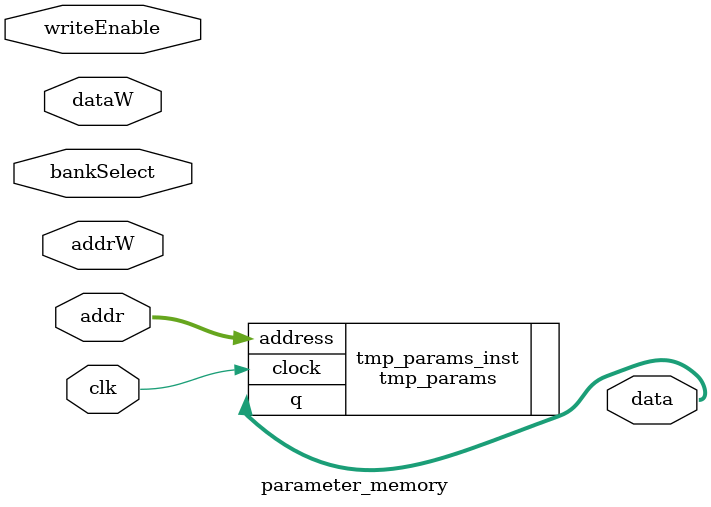
<source format=sv>
module parameter_memory(
    input wire clk,
    input wire[7:0] addr,
    output wire[35:0] data,
    
    input wire[7:0] addrW,
    input wire[35:0] dataW,
    input wire writeEnable,
    input wire bankSelect);
    
    tmp_params tmp_params_inst (
        .address (addr),
        .clock (clk),
        .q (data)
        );

endmodule

</source>
